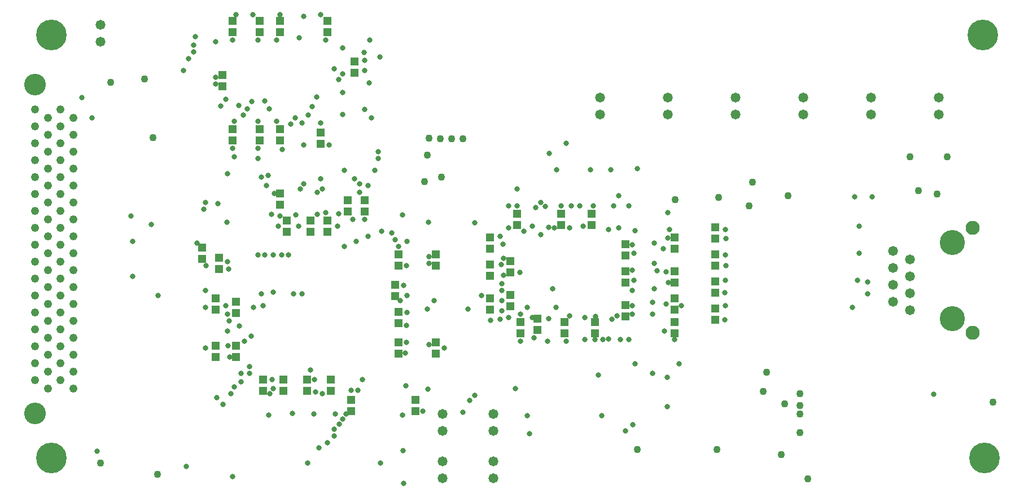
<source format=gbs>
%FSLAX24Y24*%
%MOIN*%
G70*
G01*
G75*
%ADD10R,0.4200X0.1500*%
%ADD11R,0.1000X0.5500*%
%ADD12R,0.4200X0.4000*%
%ADD13R,0.0394X0.1181*%
%ADD14R,0.4000X0.1500*%
%ADD15R,0.2000X0.2000*%
%ADD16R,0.1000X0.2000*%
%ADD17R,0.0500X0.0250*%
%ADD18R,0.1600X0.5000*%
%ADD19R,0.0630X0.0709*%
%ADD20R,0.0709X0.0630*%
%ADD21R,0.0122X0.0709*%
%ADD22R,0.0709X0.0122*%
%ADD23O,0.0122X0.0709*%
%ADD24R,0.0728X0.0118*%
%ADD25R,0.0433X0.0394*%
%ADD26R,0.0394X0.0433*%
%ADD27R,0.0118X0.0728*%
%ADD28R,0.0709X0.0157*%
%ADD29R,0.0157X0.0709*%
%ADD30R,0.0827X0.1614*%
%ADD31O,0.0700X0.0300*%
%ADD32R,0.0700X0.0300*%
%ADD33R,0.0787X0.0551*%
%ADD34R,0.1024X0.0945*%
%ADD35R,0.1417X0.0315*%
%ADD36R,0.0315X0.1417*%
%ADD37C,0.0200*%
%ADD38C,0.0160*%
%ADD39C,0.0300*%
%ADD40C,0.0080*%
%ADD41C,0.0070*%
%ADD42C,0.0100*%
%ADD43C,0.0120*%
%ADD44C,0.0200*%
%ADD45R,0.0200X0.0200*%
%ADD46C,0.1200*%
%ADD47C,0.0400*%
%ADD48C,0.1732*%
%ADD49C,0.1732*%
%ADD50C,0.0500*%
%ADD51C,0.1400*%
%ADD52C,0.0750*%
%ADD53C,0.0250*%
%ADD54C,0.0350*%
%ADD55C,0.0098*%
%ADD56C,0.0060*%
%ADD57C,0.0079*%
%ADD58C,0.0140*%
%ADD59C,0.0020*%
%ADD60R,0.0079X0.0197*%
%ADD61R,0.0197X0.0079*%
%ADD62R,0.0079X0.0197*%
%ADD63R,0.0079X0.0197*%
%ADD64R,0.0197X0.0079*%
%ADD65R,0.0200X0.0700*%
%ADD66R,0.0500X0.0200*%
%ADD67R,0.0200X0.1000*%
%ADD68R,0.0200X0.0500*%
%ADD69R,0.4280X0.4080*%
%ADD70R,0.0474X0.1261*%
%ADD71R,0.1080X0.2080*%
%ADD72R,0.0580X0.0330*%
%ADD73R,0.0710X0.0789*%
%ADD74R,0.0789X0.0710*%
%ADD75R,0.0202X0.0789*%
%ADD76R,0.0789X0.0202*%
%ADD77O,0.0202X0.0789*%
%ADD78R,0.0808X0.0198*%
%ADD79R,0.0513X0.0474*%
%ADD80R,0.0474X0.0513*%
%ADD81R,0.0198X0.0808*%
%ADD82R,0.0789X0.0237*%
%ADD83R,0.0237X0.0789*%
%ADD84R,0.0907X0.1694*%
%ADD85O,0.0780X0.0380*%
%ADD86R,0.0780X0.0380*%
%ADD87R,0.0867X0.0631*%
%ADD88R,0.1104X0.1025*%
%ADD89R,0.1497X0.0395*%
%ADD90R,0.0395X0.1497*%
%ADD91C,0.1280*%
%ADD92C,0.0480*%
%ADD93C,0.1812*%
%ADD94C,0.1812*%
%ADD95C,0.0580*%
%ADD96C,0.1480*%
%ADD97C,0.0830*%
%ADD98C,0.0330*%
%ADD99C,0.0430*%
D80*
X36400Y46535D02*
D03*
Y45865D02*
D03*
X40200Y35935D02*
D03*
Y35265D02*
D03*
X44000Y35935D02*
D03*
Y35265D02*
D03*
X39000Y36465D02*
D03*
Y37135D02*
D03*
X43000Y39335D02*
D03*
Y38665D02*
D03*
Y41135D02*
D03*
Y40465D02*
D03*
Y44535D02*
D03*
Y43865D02*
D03*
X37600Y36465D02*
D03*
Y37135D02*
D03*
X45200Y39335D02*
D03*
Y38665D02*
D03*
X42800Y42065D02*
D03*
Y42735D02*
D03*
X45200Y43865D02*
D03*
Y44535D02*
D03*
X41000Y47065D02*
D03*
Y47735D02*
D03*
X40000Y47065D02*
D03*
Y47735D02*
D03*
X37800Y46535D02*
D03*
Y45865D02*
D03*
X38800Y46535D02*
D03*
Y45865D02*
D03*
X36000Y47465D02*
D03*
Y48135D02*
D03*
X32400Y43665D02*
D03*
Y44335D02*
D03*
X31400Y44265D02*
D03*
Y44935D02*
D03*
X33400Y39135D02*
D03*
Y38465D02*
D03*
X35000Y36465D02*
D03*
Y37135D02*
D03*
X36200Y36465D02*
D03*
Y37135D02*
D03*
X33400Y41065D02*
D03*
Y41735D02*
D03*
X32200Y41265D02*
D03*
Y41935D02*
D03*
X32600Y54465D02*
D03*
Y55135D02*
D03*
X40400Y55265D02*
D03*
Y55935D02*
D03*
X33200Y51265D02*
D03*
Y51935D02*
D03*
X34800Y51265D02*
D03*
Y51935D02*
D03*
X36000Y51265D02*
D03*
Y51935D02*
D03*
X38400Y51065D02*
D03*
Y51735D02*
D03*
X38800Y57665D02*
D03*
Y58335D02*
D03*
X34800Y57665D02*
D03*
Y58335D02*
D03*
X33200Y57665D02*
D03*
Y58335D02*
D03*
X51200Y40065D02*
D03*
Y40735D02*
D03*
X54600Y39865D02*
D03*
Y40535D02*
D03*
X56400Y40865D02*
D03*
Y41535D02*
D03*
Y42865D02*
D03*
Y43535D02*
D03*
Y44465D02*
D03*
Y45135D02*
D03*
X54400Y46265D02*
D03*
Y46935D02*
D03*
X50000Y46265D02*
D03*
Y46935D02*
D03*
X49600Y42135D02*
D03*
Y41465D02*
D03*
Y43465D02*
D03*
Y44135D02*
D03*
X36000Y57665D02*
D03*
Y58335D02*
D03*
X50200Y39865D02*
D03*
Y40535D02*
D03*
X52800Y39865D02*
D03*
Y40535D02*
D03*
X52600Y46265D02*
D03*
Y46935D02*
D03*
X48400Y41265D02*
D03*
Y41935D02*
D03*
Y44865D02*
D03*
Y45535D02*
D03*
X61700Y46135D02*
D03*
Y45465D02*
D03*
Y44535D02*
D03*
Y43865D02*
D03*
Y42935D02*
D03*
Y42265D02*
D03*
Y41335D02*
D03*
Y40665D02*
D03*
X59300Y44865D02*
D03*
Y45535D02*
D03*
X48400Y43265D02*
D03*
Y43935D02*
D03*
X32200Y38465D02*
D03*
Y39135D02*
D03*
X59300Y41935D02*
D03*
Y41265D02*
D03*
Y43535D02*
D03*
Y42865D02*
D03*
Y40535D02*
D03*
Y39865D02*
D03*
D91*
X21550Y54560D02*
D03*
Y35140D02*
D03*
D92*
Y53100D02*
D03*
X22300Y52600D02*
D03*
X21550Y52100D02*
D03*
X22300Y51600D02*
D03*
X21550Y51100D02*
D03*
X22300Y50600D02*
D03*
X21550Y50100D02*
D03*
X22300Y49600D02*
D03*
X21550Y49100D02*
D03*
X22300Y48600D02*
D03*
X21550Y48100D02*
D03*
X22300Y47600D02*
D03*
X21550Y47100D02*
D03*
X22300Y46600D02*
D03*
X21550Y46100D02*
D03*
X22300Y45600D02*
D03*
X21550Y45100D02*
D03*
X22300Y44600D02*
D03*
X21550Y44100D02*
D03*
X22300Y43600D02*
D03*
X21550Y43100D02*
D03*
X22300Y42600D02*
D03*
X21550Y42100D02*
D03*
X22300Y41600D02*
D03*
X21550Y41100D02*
D03*
X22300Y40600D02*
D03*
X21550Y40100D02*
D03*
X22300Y39600D02*
D03*
X21550Y39100D02*
D03*
X22300Y38600D02*
D03*
X21550Y38100D02*
D03*
X22300Y37600D02*
D03*
X21550Y37100D02*
D03*
X22300Y36600D02*
D03*
X23050Y53100D02*
D03*
X23800Y52600D02*
D03*
X23050Y52100D02*
D03*
X23800Y51600D02*
D03*
X23050Y51100D02*
D03*
X23800Y50600D02*
D03*
X23050Y50100D02*
D03*
X23800Y49600D02*
D03*
X23050Y49100D02*
D03*
X23800Y48600D02*
D03*
X23050Y48100D02*
D03*
X23800Y47600D02*
D03*
X23050Y47100D02*
D03*
X23800Y46600D02*
D03*
X23050Y46100D02*
D03*
X23800Y45600D02*
D03*
X23050Y45100D02*
D03*
X23800Y44600D02*
D03*
X23050Y44100D02*
D03*
X23800Y43600D02*
D03*
X23050Y43100D02*
D03*
X23800Y42600D02*
D03*
X23050Y42100D02*
D03*
X23800Y41600D02*
D03*
X23050Y41100D02*
D03*
X23800Y40600D02*
D03*
X23050Y40100D02*
D03*
X23800Y39600D02*
D03*
X23050Y39100D02*
D03*
X23800Y38600D02*
D03*
X23050Y38100D02*
D03*
X23800Y37600D02*
D03*
X23050Y37100D02*
D03*
X23800Y36600D02*
D03*
D93*
X22500Y57500D02*
D03*
Y32500D02*
D03*
X77600D02*
D03*
D94*
X77500Y57500D02*
D03*
D95*
X45600Y34100D02*
D03*
Y35100D02*
D03*
X74900Y52800D02*
D03*
Y53800D02*
D03*
X70900Y52800D02*
D03*
Y53800D02*
D03*
X66900Y52800D02*
D03*
Y53800D02*
D03*
X62900Y52800D02*
D03*
Y53800D02*
D03*
X58900Y52800D02*
D03*
Y53800D02*
D03*
X54900Y52800D02*
D03*
Y53800D02*
D03*
X25400Y57100D02*
D03*
Y58100D02*
D03*
X48600Y34100D02*
D03*
Y35100D02*
D03*
X45600Y31300D02*
D03*
Y32300D02*
D03*
X48600D02*
D03*
Y31300D02*
D03*
X73200Y41250D02*
D03*
X72200Y41750D02*
D03*
X73200Y42250D02*
D03*
X72200Y42750D02*
D03*
X73200Y43250D02*
D03*
X72200Y43750D02*
D03*
X73200Y44250D02*
D03*
X72200Y44750D02*
D03*
D96*
X75700Y45250D02*
D03*
Y40750D02*
D03*
D97*
X76900Y39910D02*
D03*
Y46090D02*
D03*
D98*
X74619Y36281D02*
D03*
X33200Y31400D02*
D03*
X30480Y32000D02*
D03*
X37640Y32200D02*
D03*
X41920D02*
D03*
X39700Y34800D02*
D03*
X39500Y34500D02*
D03*
X39200Y34200D02*
D03*
Y33800D02*
D03*
X38800Y33400D02*
D03*
X38300Y33100D02*
D03*
X70965Y47935D02*
D03*
X69935D02*
D03*
X70700Y42900D02*
D03*
Y42200D02*
D03*
X56400Y34100D02*
D03*
X56835Y34465D02*
D03*
X54800Y37400D02*
D03*
X59565Y38065D02*
D03*
X58000Y37500D02*
D03*
X35900Y46200D02*
D03*
X69800Y41400D02*
D03*
X70100Y43000D02*
D03*
X70200Y46200D02*
D03*
Y44600D02*
D03*
X58635Y44865D02*
D03*
X58935Y42865D02*
D03*
X59700Y41500D02*
D03*
X59300Y39500D02*
D03*
X58800Y41600D02*
D03*
Y43500D02*
D03*
X58900Y45500D02*
D03*
X59000Y46000D02*
D03*
X58900Y47000D02*
D03*
X58700Y40000D02*
D03*
X38200Y48200D02*
D03*
X38495Y48405D02*
D03*
X38400Y49000D02*
D03*
X32335Y47535D02*
D03*
X31600Y47600D02*
D03*
X32877Y46423D02*
D03*
X47500Y46400D02*
D03*
X43500Y45300D02*
D03*
X47500Y36200D02*
D03*
X52100Y42500D02*
D03*
X46800Y35200D02*
D03*
X50600Y41400D02*
D03*
X55400Y46000D02*
D03*
X49500Y40800D02*
D03*
X47200Y35900D02*
D03*
X49000Y40700D02*
D03*
X51400Y45700D02*
D03*
Y47600D02*
D03*
X43300Y31000D02*
D03*
X43265Y32935D02*
D03*
X50735Y33935D02*
D03*
X57100Y49600D02*
D03*
X55535Y49535D02*
D03*
X54335D02*
D03*
X52335Y49535D02*
D03*
X52300Y41400D02*
D03*
X49900Y36600D02*
D03*
X56000Y48000D02*
D03*
X50000Y48400D02*
D03*
X42800Y45400D02*
D03*
X42600Y45800D02*
D03*
X40600Y36500D02*
D03*
X40200D02*
D03*
X40857Y37143D02*
D03*
X39900Y35100D02*
D03*
X44435Y35265D02*
D03*
X39283Y35117D02*
D03*
X38500Y36300D02*
D03*
X38035Y37135D02*
D03*
X38102Y36398D02*
D03*
X38000Y35100D02*
D03*
X43220Y35020D02*
D03*
X43423Y36777D02*
D03*
X44720Y36580D02*
D03*
X43400Y38700D02*
D03*
X43464Y39336D02*
D03*
X44800Y39200D02*
D03*
X45700Y39000D02*
D03*
X43500Y42100D02*
D03*
X45100Y41800D02*
D03*
X43480Y40320D02*
D03*
X43492Y41108D02*
D03*
X43100Y41800D02*
D03*
X43300Y42700D02*
D03*
X43000Y45000D02*
D03*
X43464Y43864D02*
D03*
X44800Y44000D02*
D03*
Y44400D02*
D03*
X44777Y46423D02*
D03*
X43220Y46880D02*
D03*
X41000Y46600D02*
D03*
X40700Y48200D02*
D03*
X40300Y46600D02*
D03*
X38200Y46900D02*
D03*
X37100Y46200D02*
D03*
X39480Y46920D02*
D03*
X39400Y46200D02*
D03*
X38700Y47000D02*
D03*
X36920Y46880D02*
D03*
X35665Y48135D02*
D03*
X35200Y48600D02*
D03*
X35500Y46900D02*
D03*
X36000Y46800D02*
D03*
X35600Y42300D02*
D03*
X34900Y42200D02*
D03*
X35000Y41500D02*
D03*
X34433Y41400D02*
D03*
X31100Y45200D02*
D03*
X31636Y43864D02*
D03*
X32900Y44100D02*
D03*
X32967Y43667D02*
D03*
X34300Y39700D02*
D03*
X31600Y39000D02*
D03*
X32939Y39139D02*
D03*
X33035Y38465D02*
D03*
X33900Y39400D02*
D03*
X32265Y36065D02*
D03*
X32635Y35665D02*
D03*
X36724Y35124D02*
D03*
X35346Y35046D02*
D03*
X37800Y37700D02*
D03*
X35535Y37135D02*
D03*
X35600Y36600D02*
D03*
X35400Y36300D02*
D03*
X32900Y40000D02*
D03*
Y41000D02*
D03*
X32802Y41502D02*
D03*
X31600Y41400D02*
D03*
Y42400D02*
D03*
X33000Y40600D02*
D03*
X33600Y40300D02*
D03*
X36800Y42200D02*
D03*
X37314Y42186D02*
D03*
X34700Y44500D02*
D03*
X35100D02*
D03*
X35600D02*
D03*
X36100D02*
D03*
X36500D02*
D03*
X39800Y45000D02*
D03*
X40500Y45300D02*
D03*
X41200Y45600D02*
D03*
X25200Y32900D02*
D03*
X28800Y42100D02*
D03*
X24300Y53800D02*
D03*
X24900Y52600D02*
D03*
X31500Y47200D02*
D03*
X33100Y36300D02*
D03*
X33300Y36700D02*
D03*
X33700Y37000D02*
D03*
Y37500D02*
D03*
X34200D02*
D03*
Y37900D02*
D03*
X30300Y55400D02*
D03*
X30600Y56100D02*
D03*
X27200Y46800D02*
D03*
X28397Y46303D02*
D03*
X27300Y43235D02*
D03*
Y45300D02*
D03*
X39700Y54100D02*
D03*
X39455Y54855D02*
D03*
X39200Y55500D02*
D03*
X41000Y53100D02*
D03*
X39700Y55200D02*
D03*
X41272Y54672D02*
D03*
X41000Y56000D02*
D03*
Y55400D02*
D03*
X39719Y56719D02*
D03*
X40963Y56463D02*
D03*
X32200Y54600D02*
D03*
Y55000D02*
D03*
X31000Y57400D02*
D03*
X33200Y57200D02*
D03*
X33400Y58700D02*
D03*
X34400D02*
D03*
X34700Y57200D02*
D03*
X35800D02*
D03*
X36000Y58700D02*
D03*
X37152Y57348D02*
D03*
X37407Y58593D02*
D03*
X38700Y57200D02*
D03*
X38400Y58700D02*
D03*
X33200Y50800D02*
D03*
X33300Y52400D02*
D03*
X34700Y50800D02*
D03*
Y52400D02*
D03*
X37300Y52300D02*
D03*
X37407Y51007D02*
D03*
X36128Y50728D02*
D03*
X35800Y52400D02*
D03*
X33569Y53331D02*
D03*
X35360Y53140D02*
D03*
X35104Y53596D02*
D03*
X38900Y51000D02*
D03*
X38400Y52300D02*
D03*
X38175Y53825D02*
D03*
X37919Y53281D02*
D03*
X39700Y52800D02*
D03*
X41600Y49500D02*
D03*
X41400Y52600D02*
D03*
X41900Y56200D02*
D03*
X41300Y57200D02*
D03*
X42000Y45900D02*
D03*
X32200Y57100D02*
D03*
X30900Y56900D02*
D03*
Y56500D02*
D03*
X32500Y53300D02*
D03*
X32900Y49302D02*
D03*
X33300Y50300D02*
D03*
X32801Y53699D02*
D03*
X34900Y49100D02*
D03*
X35300Y49200D02*
D03*
X33825Y52775D02*
D03*
X34081Y53119D02*
D03*
X34337Y53563D02*
D03*
X37200Y48400D02*
D03*
X37400Y48700D02*
D03*
X36640Y52240D02*
D03*
X36896Y52604D02*
D03*
X39800Y49500D02*
D03*
X37663Y52763D02*
D03*
X40400Y49000D02*
D03*
X40700Y48700D02*
D03*
X41200Y48600D02*
D03*
X41800Y50200D02*
D03*
Y50600D02*
D03*
X47900Y42100D02*
D03*
X49100Y41800D02*
D03*
X47100Y41300D02*
D03*
X49000Y45600D02*
D03*
X49154Y45146D02*
D03*
X49200Y44300D02*
D03*
X49065Y43935D02*
D03*
X50165Y43465D02*
D03*
X49200Y43300D02*
D03*
X49100Y42800D02*
D03*
X49109Y41209D02*
D03*
X48450Y40650D02*
D03*
X50200Y41000D02*
D03*
Y39400D02*
D03*
X50891Y40791D02*
D03*
X51000Y39600D02*
D03*
X51800Y39400D02*
D03*
X51876Y40724D02*
D03*
X52900Y39400D02*
D03*
X53100Y40900D02*
D03*
X54000Y39500D02*
D03*
Y40800D02*
D03*
X54632Y40869D02*
D03*
X54600Y39500D02*
D03*
X55057D02*
D03*
X55419Y39519D02*
D03*
X55616Y40684D02*
D03*
X56100Y39500D02*
D03*
X56600D02*
D03*
X55900Y40900D02*
D03*
X57987Y41013D02*
D03*
X56800Y41500D02*
D03*
Y41000D02*
D03*
X58000Y41700D02*
D03*
X58100Y42500D02*
D03*
X56809Y42391D02*
D03*
X56900Y43000D02*
D03*
X58272Y43572D02*
D03*
X56800Y43600D02*
D03*
X58100Y44000D02*
D03*
X56800Y45100D02*
D03*
X56900Y44600D02*
D03*
X58100Y45200D02*
D03*
X56966Y45934D02*
D03*
X56009Y46109D02*
D03*
X56600Y47400D02*
D03*
X55700D02*
D03*
X54500D02*
D03*
X53900Y46200D02*
D03*
X53200Y47400D02*
D03*
X53700D02*
D03*
X53100Y46100D02*
D03*
X52200D02*
D03*
X52600Y47400D02*
D03*
X51876Y46124D02*
D03*
X51679Y47379D02*
D03*
X50891Y46209D02*
D03*
X51088Y47312D02*
D03*
X50400Y45900D02*
D03*
X49513Y47387D02*
D03*
X49500Y46100D02*
D03*
X50000Y47400D02*
D03*
X55000Y35000D02*
D03*
X50600D02*
D03*
X58860Y35540D02*
D03*
Y37260D02*
D03*
X56965Y38065D02*
D03*
X62265Y40665D02*
D03*
X62300Y41500D02*
D03*
X62265Y42265D02*
D03*
X62300Y43000D02*
D03*
X62335Y43865D02*
D03*
X62300Y44500D02*
D03*
X62335Y45465D02*
D03*
X62300Y46000D02*
D03*
X49100Y42400D02*
D03*
X44700Y41300D02*
D03*
X52900Y51100D02*
D03*
X51900Y50500D02*
D03*
X34700Y50200D02*
D03*
D99*
X28519Y51419D02*
D03*
X28000Y54900D02*
D03*
X78100Y35800D02*
D03*
X57100Y33000D02*
D03*
X61800D02*
D03*
X25400Y32200D02*
D03*
X28781Y31519D02*
D03*
X26000Y54700D02*
D03*
X61900Y47900D02*
D03*
X59340Y47760D02*
D03*
X66700Y34000D02*
D03*
Y35100D02*
D03*
X64749Y37551D02*
D03*
X65600Y32700D02*
D03*
X67165Y31265D02*
D03*
X66700Y36300D02*
D03*
Y35600D02*
D03*
X73200Y50300D02*
D03*
X75400D02*
D03*
X73700Y48300D02*
D03*
X74800Y48100D02*
D03*
X63900Y48800D02*
D03*
X63700Y47400D02*
D03*
X66000Y48000D02*
D03*
X44800Y51400D02*
D03*
X45469Y51351D02*
D03*
X46139Y51361D02*
D03*
X46808Y51368D02*
D03*
X44551Y48849D02*
D03*
X44700Y50400D02*
D03*
X45540Y49100D02*
D03*
X64549Y36449D02*
D03*
X65800Y35700D02*
D03*
M02*

</source>
